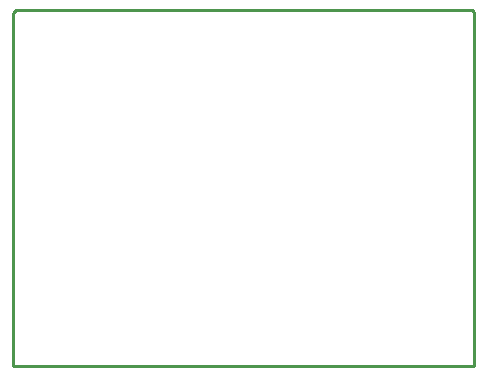
<source format=gbo>
%FSLAX23Y23*%
%MOIN*%
G70*
G01*
G75*
G04 Layer_Color=32896*
%ADD10R,0.065X0.040*%
%ADD11R,0.051X0.118*%
%ADD12R,0.022X0.039*%
%ADD13R,0.049X0.016*%
%ADD14R,0.040X0.055*%
%ADD15C,0.060*%
%ADD16R,0.060X0.060*%
%ADD17R,0.055X0.040*%
%ADD18C,0.020*%
%ADD19C,0.015*%
%ADD20C,0.010*%
%ADD21C,0.090*%
%ADD22C,0.067*%
%ADD23C,0.031*%
%ADD24R,0.060X0.060*%
%ADD25C,0.050*%
%ADD26C,0.012*%
%ADD27C,0.006*%
%ADD28C,0.007*%
%ADD29C,0.007*%
%ADD30C,0.008*%
%ADD31R,0.073X0.048*%
%ADD32R,0.059X0.126*%
%ADD33R,0.030X0.047*%
%ADD34R,0.057X0.024*%
%ADD35R,0.048X0.063*%
%ADD36C,0.068*%
%ADD37R,0.068X0.068*%
%ADD38R,0.063X0.048*%
%ADD39C,0.098*%
%ADD40C,0.075*%
%ADD41C,0.039*%
%ADD42R,0.068X0.068*%
%ADD43C,0.058*%
D20*
X1260Y2380D02*
Y2415D01*
X1270Y2425D01*
X2790D01*
X1260Y1240D02*
Y2380D01*
X2790Y2425D02*
X2795Y2420D01*
Y1240D02*
Y2420D01*
X1260Y1240D02*
X2795D01*
M02*

</source>
